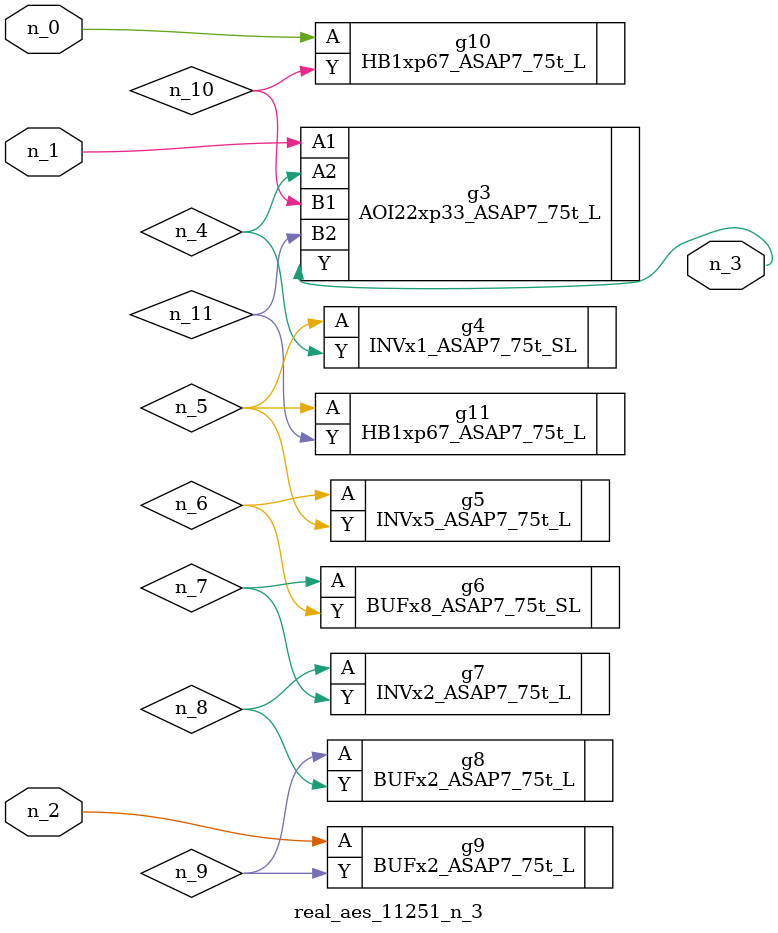
<source format=v>
module real_aes_11251_n_3 (n_0, n_2, n_1, n_3);
input n_0;
input n_2;
input n_1;
output n_3;
wire n_4;
wire n_5;
wire n_7;
wire n_8;
wire n_6;
wire n_9;
wire n_10;
wire n_11;
HB1xp67_ASAP7_75t_L g10 ( .A(n_0), .Y(n_10) );
AOI22xp33_ASAP7_75t_L g3 ( .A1(n_1), .A2(n_4), .B1(n_10), .B2(n_11), .Y(n_3) );
BUFx2_ASAP7_75t_L g9 ( .A(n_2), .Y(n_9) );
INVx1_ASAP7_75t_SL g4 ( .A(n_5), .Y(n_4) );
HB1xp67_ASAP7_75t_L g11 ( .A(n_5), .Y(n_11) );
INVx5_ASAP7_75t_L g5 ( .A(n_6), .Y(n_5) );
BUFx8_ASAP7_75t_SL g6 ( .A(n_7), .Y(n_6) );
INVx2_ASAP7_75t_L g7 ( .A(n_8), .Y(n_7) );
BUFx2_ASAP7_75t_L g8 ( .A(n_9), .Y(n_8) );
endmodule
</source>
